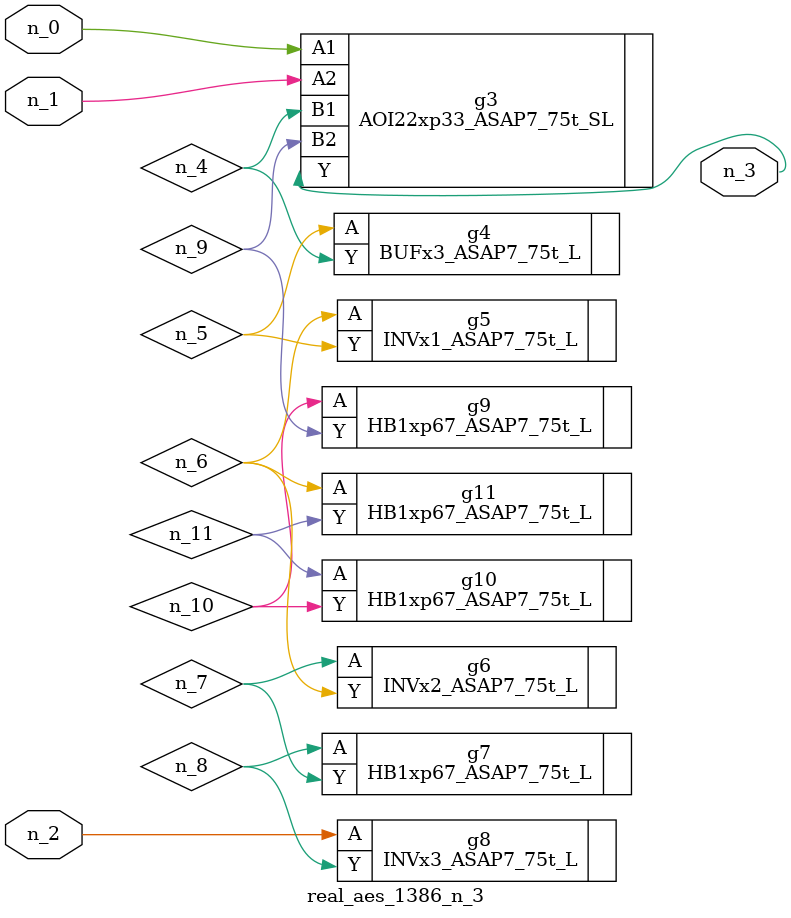
<source format=v>
module real_aes_1386_n_3 (n_0, n_2, n_1, n_3);
input n_0;
input n_2;
input n_1;
output n_3;
wire n_4;
wire n_5;
wire n_7;
wire n_9;
wire n_6;
wire n_8;
wire n_10;
wire n_11;
AOI22xp33_ASAP7_75t_SL g3 ( .A1(n_0), .A2(n_1), .B1(n_4), .B2(n_9), .Y(n_3) );
INVx3_ASAP7_75t_L g8 ( .A(n_2), .Y(n_8) );
BUFx3_ASAP7_75t_L g4 ( .A(n_5), .Y(n_4) );
INVx1_ASAP7_75t_L g5 ( .A(n_6), .Y(n_5) );
HB1xp67_ASAP7_75t_L g11 ( .A(n_6), .Y(n_11) );
INVx2_ASAP7_75t_L g6 ( .A(n_7), .Y(n_6) );
HB1xp67_ASAP7_75t_L g7 ( .A(n_8), .Y(n_7) );
HB1xp67_ASAP7_75t_L g9 ( .A(n_10), .Y(n_9) );
HB1xp67_ASAP7_75t_L g10 ( .A(n_11), .Y(n_10) );
endmodule
</source>
